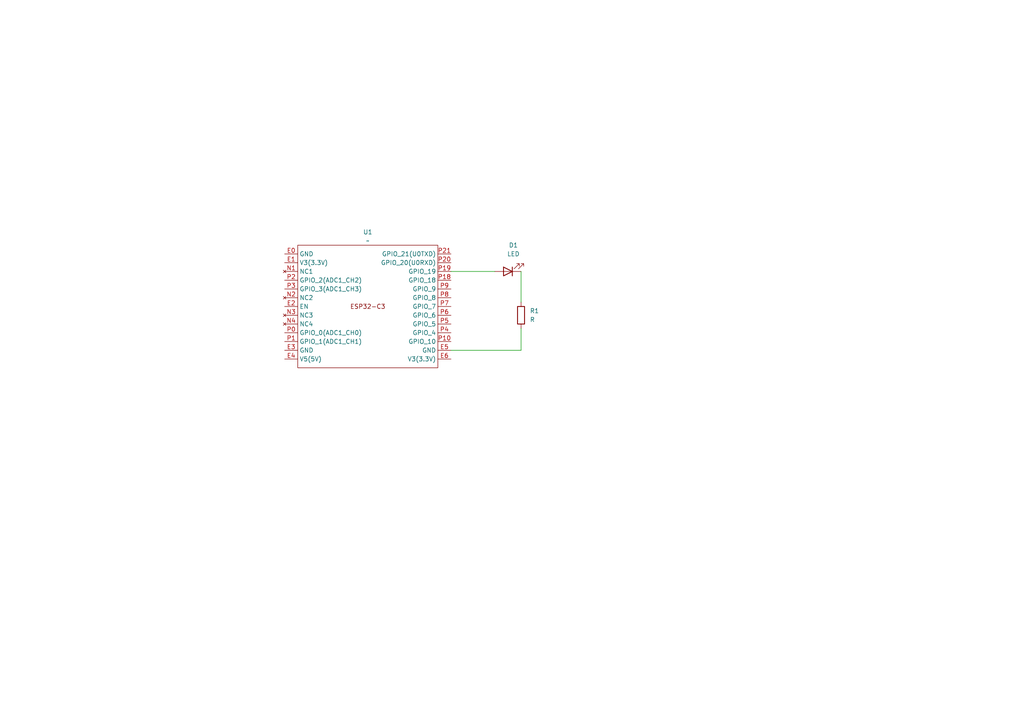
<source format=kicad_sch>
(kicad_sch (version 20231120) (generator "eeschema") (generator_version "8.0")
  (paper "A4")
  (lib_symbols
    (symbol "Device:LED" (pin_numbers hide) (pin_names (offset 1.016) hide)
      (property "Reference" "D" (at 0 2.54 0))
      (property "Value" "LED" (at 0 -2.54 0))
      (symbol "LED_0_1"
        (polyline (pts (xy -1.27 -1.27) (xy -1.27 1.27)) (stroke (width 0.254)))
        (polyline (pts (xy -1.27 0) (xy 1.27 0)))
        (polyline (pts (xy 1.27 -1.27) (xy 1.27 1.27) (xy -1.27 0) (xy 1.27 -1.27)) (stroke (width 0.254)))
        (polyline (pts (xy -3.048 -0.762) (xy -4.572 -2.286) (xy -3.81 -2.286) (xy -4.572 -2.286) (xy -4.572 -1.524)))
        (polyline (pts (xy -1.778 -0.762) (xy -3.302 -2.286) (xy -2.54 -2.286) (xy -3.302 -2.286) (xy -3.302 -1.524)))
      )
      (symbol "LED_1_1"
        (pin passive line (at -3.81 0 0) (length 2.54) (name "K") (number "1"))
        (pin passive line (at 3.81 0 180) (length 2.54) (name "A") (number "2"))
      )
    )
    (symbol "Device:R" (pin_numbers hide) (pin_names (offset 0))
      (property "Reference" "R" (at 2.032 0 90))
      (property "Value" "R" (at 0 0 90))
      (symbol "R_0_1"
        (rectangle (start -1.016 -2.54) (end 1.016 2.54) (stroke (width 0.254)))
      )
      (symbol "R_1_1"
        (pin passive line (at 0 3.81 270) (length 1.27) (name "~") (number "1"))
        (pin passive line (at 0 -3.81 90) (length 1.27) (name "~") (number "2"))
      )
    )
    (symbol "LED_Cube_Periph:ESP32"
      (property "Reference" "U" (at 0 -14.224 0))
      (symbol "ESP32_0_1"
        (rectangle (start -20.32 17.78) (end 20.32 -17.78))
      )
      (symbol "ESP32_1_1"
        (text "ESP32-C3" (at 0 0 0) (effects (font (size 1.27 1.27))))
        (pin bidirectional line (at -24.13 15.24 0) (length 3.81) (name "GND") (number "E0"))
        (pin bidirectional line (at -24.13 12.7 0) (length 3.81) (name "V3(3.3V)") (number "E1"))
        (pin input line (at -24.13 0 0) (length 3.81) (name "EN") (number "E2"))
        (pin bidirectional line (at -24.13 -12.7 0) (length 3.81) (name "GND") (number "E3"))
        (pin bidirectional line (at -24.13 -15.24 0) (length 3.81) (name "V5(5V)") (number "E4"))
        (pin bidirectional line (at 24.13 -12.7 180) (length 3.81) (name "GND") (number "E5"))
        (pin bidirectional line (at 24.13 -15.24 180) (length 3.81) (name "V3(3.3V)") (number "E6"))
        (pin no_connect line (at -24.13 10.16 0) (length 3.81) (name "NC1") (number "N1"))
        (pin no_connect line (at -24.13 2.54 0) (length 3.81) (name "NC2") (number "N2"))
        (pin no_connect line (at -24.13 -2.54 0) (length 3.81) (name "NC3") (number "N3"))
        (pin no_connect line (at -24.13 -5.08 0) (length 3.81) (name "NC4") (number "N4"))
        (pin bidirectional line (at -24.13 -7.62 0) (length 3.81) (name "GPIO_0(ADC1_CH0)") (number "P0"))
        (pin bidirectional line (at -24.13 -10.16 0) (length 3.81) (name "GPIO_1(ADC1_CH1)") (number "P1"))
        (pin bidirectional line (at 24.13 -10.16 180) (length 3.81) (name "GPIO_10") (number "P10"))
        (pin bidirectional line (at 24.13 7.62 180) (length 3.81) (name "GPIO_18") (number "P18"))
        (pin bidirectional line (at 24.13 10.16 180) (length 3.81) (name "GPIO_19") (number "P19"))
        (pin bidirectional line (at -24.13 7.62 0) (length 3.81) (name "GPIO_2(ADC1_CH2)") (number "P2"))
        (pin bidirectional line (at 24.13 12.7 180) (length 3.81) (name "GPIO_20(U0RXD)") (number "P20"))
        (pin bidirectional line (at 24.13 15.24 180) (length 3.81) (name "GPIO_21(U0TXD)") (number "P21"))
        (pin bidirectional line (at -24.13 5.08 0) (length 3.81) (name "GPIO_3(ADC1_CH3)") (number "P3"))
        (pin bidirectional line (at 24.13 -7.62 180) (length 3.81) (name "GPIO_4") (number "P4"))
        (pin bidirectional line (at 24.13 -5.08 180) (length 3.81) (name "GPIO_5") (number "P5"))
        (pin bidirectional line (at 24.13 -2.54 180) (length 3.81) (name "GPIO_6") (number "P6"))
        (pin bidirectional line (at 24.13 0 180) (length 3.81) (name "GPIO_7") (number "P7"))
        (pin bidirectional line (at 24.13 2.54 180) (length 3.81) (name "GPIO_8") (number "P8"))
        (pin bidirectional line (at 24.13 5.08 180) (length 3.81) (name "GPIO_9") (number "P9"))
      )
    )
  )
  (wire (pts (xy 130.81 78.74) (xy 143.51 78.74)))
  (wire (pts (xy 151.13 101.6) (xy 130.81 101.6)))
  (wire (pts (xy 151.13 95.25) (xy 151.13 101.6)))
  (wire (pts (xy 151.13 78.74) (xy 151.13 87.63)))
  (symbol (lib_id "LED_Cube_Periph:ESP32") (at 106.68 88.9 0) (unit 1)
    (property "Reference" "U1" (at 106.68 67.31 0))
    (property "Value" "~" (at 106.68 69.85 0))
    (property "Footprint" "LED_Cube_Periph:ESP32-C3" (effects (hide yes)))
  )
  (symbol (lib_id "Device:LED") (at 147.32 78.74 180) (unit 1)
    (property "Reference" "D1" (at 148.9075 71.12 0))
    (property "Value" "LED" (at 148.9075 73.66 0))
    (property "Footprint" "LED_THT:LED_D3.0mm_Horizontal_O6.35mm_Z10.0mm" (effects (hide yes)))
    (property "Description" "Light emitting diode" (effects (hide yes)))
  )
  (symbol (lib_id "Device:R") (at 151.13 91.44 0) (unit 1)
    (property "Reference" "R1" (at 153.67 90.1699 0) (effects (justify left)))
    (property "Value" "R" (at 153.67 92.7099 0) (effects (justify left)))
    (property "Footprint" "Resistor_SMD:R_0402_1005Metric" (effects (hide yes)))
    (property "Description" "Resistor" (effects (hide yes)))
  )
)
</source>
